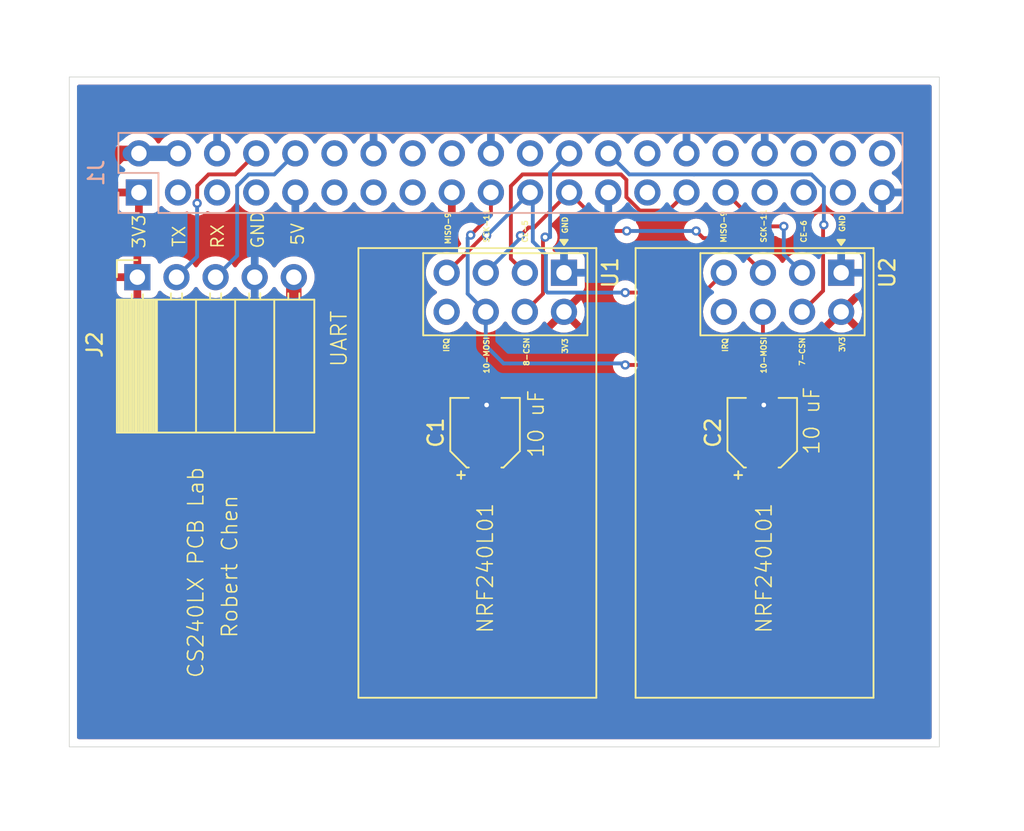
<source format=kicad_pcb>
(kicad_pcb (version 20240108) (generator "pcbnew") (generator_version "8.0")
  (layers (0 "F.Cu" signal) (31 "B.Cu" signal) (34 "B.Paste" user) (35 "F.Paste" user) (36 "B.SilkS" user "B.Silkscreen") (37 "F.SilkS" user "F.Silkscreen") (38 "B.Mask" user) (39 "F.Mask" user) (44 "Edge.Cuts" user))
  (net 0 "")
  (net 1 "+3V3")
  (net 2 "GND")
  (net 4 "Net-(J1-GPIO14{slash}TXD)")
  (net 10 "Net-(J1-GCLK2{slash}GPIO6)")
  (net 14 "+5V")
  (net 19 "Net-(J1-~{CE1}{slash}GPIO7)")
  (net 20 "Net-(J1-~{CE0}{slash}GPIO8)")
  (net 22 "Net-(J1-GCLK1{slash}GPIO5)")
  (net 23 "Net-(J1-MOSI0{slash}GPIO10)")
  (net 24 "Net-(J1-GPIO15{slash}RXD)")
  (net 26 "Net-(J1-SCLK0{slash}GPIO11)")
  (net 30 "Net-(J1-MISO0{slash}GPIO9)")
  (footprint "RF_Module:nRF24L01_Breakout" (layer "F.Cu") (at 139.625 68.2105 -90)
    (property "Reference" "U2" (at 0 -3 90) (layer "F.SilkS"))
    (property "Value" "NRF24L01_Breakout")
    (fp_line (start -1.6 13.35) (end -1.6 -2.1) (stroke (width 0.12)) (layer "F.SilkS"))
    (fp_line (start 27.6 13.35) (end -1.6 13.35) (stroke (width 0.12)) (layer "F.SilkS"))
    (fp_line (start -1.27 9.144) (end -1.27 9.144) (stroke (width 0.12)) (layer "F.SilkS"))
    (fp_line (start -1.27 9.144) (end -1.27 -1.524) (stroke (width 0.12)) (layer "F.SilkS"))
    (fp_line (start 4.064 9.144) (end -1.27 9.144) (stroke (width 0.12)) (layer "F.SilkS"))
    (fp_line (start -1.27 -1.524) (end -1.27 -1.524) (stroke (width 0.12)) (layer "F.SilkS"))
    (fp_line (start -1.27 -1.524) (end 4.064 -1.524) (stroke (width 0.12)) (layer "F.SilkS"))
    (fp_line (start 4.064 -1.524) (end 4.064 9.144) (stroke (width 0.12)) (layer "F.SilkS"))
    (fp_line (start -1.6 -2.1) (end -1.6 -2.1) (stroke (width 0.12)) (layer "F.SilkS"))
    (fp_line (start -1.6 -2.1) (end 27.6 -2.1) (stroke (width 0.12)) (layer "F.SilkS"))
    (fp_line (start 27.6 -2.1) (end 27.6 13.35) (stroke (width 0.12)) (layer "F.SilkS"))
    (fp_poly (pts (xy -1.8 0) (xy -2.136 0.24) (xy -2.136 -0.24) (xy -1.8 0)) (stroke (width 0.12)) (fill solid) (layer "F.SilkS"))
    (pad "1" thru_hole rect (at 0 0 270) (size 1.7 1.7) (drill 1) (layers "*.Cu" "*.Mask") (net 2 "GND"))
    (pad "2" thru_hole circle (at 2.54 0 270) (size 1.7 1.7) (drill 1) (layers "*.Cu" "*.Mask") (net 1 "+3V3"))
    (pad "3" thru_hole circle (at 0 2.54 270) (size 1.7 1.7) (drill 1) (layers "*.Cu" "*.Mask") (net 10 "Net-(J1-GCLK2{slash}GPIO6)"))
    (pad "4" thru_hole circle (at 2.54 2.54 270) (size 1.7 1.7) (drill 1) (layers "*.Cu" "*.Mask") (net 19 "Net-(J1-~{CE1}{slash}GPIO7)"))
    (pad "5" thru_hole circle (at 0 5.08 270) (size 1.7 1.7) (drill 1) (layers "*.Cu" "*.Mask") (net 26 "Net-(J1-SCLK0{slash}GPIO11)"))
    (pad "6" thru_hole circle (at 2.54 5.08 270) (size 1.7 1.7) (drill 1) (layers "*.Cu" "*.Mask") (net 23 "Net-(J1-MOSI0{slash}GPIO10)"))
    (pad "7" thru_hole circle (at 0 7.62 270) (size 1.7 1.7) (drill 1) (layers "*.Cu" "*.Mask") (net 30 "Net-(J1-MISO0{slash}GPIO9)"))
    (pad "8" thru_hole circle (at 2.54 7.62 270) (size 1.7 1.7) (drill 1) (layers "*.Cu" "*.Mask"))
  )
  (footprint "Connector_PinSocket_2.54mm:PinSocket_1x05_P2.54mm_Horizontal" (layer "F.Cu") (at 93.92 68.5 90)
    (property "Reference" "J2" (at -4.38 -2.77 -90) (layer "F.SilkS"))
    (property "Value" "~" (hide yes))
    (fp_line (start 1.11 -1.33) (end 1.11 0) (stroke (width 0.12)) (layer "F.SilkS"))
    (fp_line (start 0 -1.33) (end 1.11 -1.33) (stroke (width 0.12)) (layer "F.SilkS"))
    (fp_line (start -1.46 -1.33) (end -1.46 11.49) (stroke (width 0.12)) (layer "F.SilkS"))
    (fp_line (start -10.09 -1.33) (end -1.46 -1.33) (stroke (width 0.12)) (layer "F.SilkS"))
    (fp_line (start -10.09 -1.33) (end -10.09 11.49) (stroke (width 0.12)) (layer "F.SilkS"))
    (fp_line (start -10.09 -1.21) (end -1.46 -1.21) (stroke (width 0.12)) (layer "F.SilkS"))
    (fp_line (start -10.09 -1.091905) (end -1.46 -1.091905) (stroke (width 0.12)) (layer "F.SilkS"))
    (fp_line (start -10.09 -0.97381) (end -1.46 -0.97381) (stroke (width 0.12)) (layer "F.SilkS"))
    (fp_line (start -10.09 -0.855715) (end -1.46 -0.855715) (stroke (width 0.12)) (layer "F.SilkS"))
    (fp_line (start -10.09 -0.73762) (end -1.46 -0.73762) (stroke (width 0.12)) (layer "F.SilkS"))
    (fp_line (start -10.09 -0.619525) (end -1.46 -0.619525) (stroke (width 0.12)) (layer "F.SilkS"))
    (fp_line (start -10.09 -0.50143) (end -1.46 -0.50143) (stroke (width 0.12)) (layer "F.SilkS"))
    (fp_line (start -10.09 -0.383335) (end -1.46 -0.383335) (stroke (width 0.12)) (layer "F.SilkS"))
    (fp_line (start -1.46 -0.36) (end -1.11 -0.36) (stroke (width 0.12)) (layer "F.SilkS"))
    (fp_line (start -10.09 -0.26524) (end -1.46 -0.26524) (stroke (width 0.12)) (layer "F.SilkS"))
    (fp_line (start -10.09 -0.147145) (end -1.46 -0.147145) (stroke (width 0.12)) (layer "F.SilkS"))
    (fp_line (start -10.09 -0.02905) (end -1.46 -0.02905) (stroke (width 0.12)) (layer "F.SilkS"))
    (fp_line (start -10.09 0.089045) (end -1.46 0.089045) (stroke (width 0.12)) (layer "F.SilkS"))
    (fp_line (start -10.09 0.20714) (end -1.46 0.20714) (stroke (width 0.12)) (layer "F.SilkS"))
    (fp_line (start -10.09 0.325235) (end -1.46 0.325235) (stroke (width 0.12)) (layer "F.SilkS"))
    (fp_line (start -1.46 0.36) (end -1.11 0.36) (stroke (width 0.12)) (layer "F.SilkS"))
    (fp_line (start -10.09 0.44333) (end -1.46 0.44333) (stroke (width 0.12)) (layer "F.SilkS"))
    (fp_line (start -10.09 0.561425) (end -1.46 0.561425) (stroke (width 0.12)) (layer "F.SilkS"))
    (fp_line (start -10.09 0.67952) (end -1.46 0.67952) (stroke (width 0.12)) (layer "F.SilkS"))
    (fp_line (start -10.09 0.797615) (end -1.46 0.797615) (stroke (width 0.12)) (layer "F.SilkS"))
    (fp_line (start -10.09 0.91571) (end -1.46 0.91571) (stroke (width 0.12)) (layer "F.SilkS"))
    (fp_line (start -10.09 1.033805) (end -1.46 1.033805) (stroke (width 0.12)) (layer "F.SilkS"))
    (fp_line (start -10.09 1.1519) (end -1.46 1.1519) (stroke (width 0.12)) (layer "F.SilkS"))
    (fp_line (start -10.09 1.27) (end -1.46 1.27) (stroke (width 0.12)) (layer "F.SilkS"))
    (fp_line (start -1.46 2.18) (end -1.05 2.18) (stroke (width 0.12)) (layer "F.SilkS"))
    (fp_line (start -1.46 2.9) (end -1.05 2.9) (stroke (width 0.12)) (layer "F.SilkS"))
    (fp_line (start -10.09 3.81) (end -1.46 3.81) (stroke (width 0.12)) (layer "F.SilkS"))
    (fp_line (start -1.46 4.72) (end -1.05 4.72) (stroke (width 0.12)) (layer "F.SilkS"))
    (fp_line (start -1.46 5.44) (end -1.05 5.44) (stroke (width 0.12)) (layer "F.SilkS"))
    (fp_line (start -10.09 6.35) (end -1.46 6.35) (stroke (width 0.12)) (layer "F.SilkS"))
    (fp_line (start -1.46 7.26) (end -1.05 7.26) (stroke (width 0.12)) (layer "F.SilkS"))
    (fp_line (start -1.46 7.98) (end -1.05 7.98) (stroke (width 0.12)) (layer "F.SilkS"))
    (fp_line (start -10.09 8.89) (end -1.46 8.89) (stroke (width 0.12)) (layer "F.SilkS"))
    (fp_line (start -1.46 9.8) (end -1.05 9.8) (stroke (width 0.12)) (layer "F.SilkS"))
    (fp_line (start -1.46 10.52) (end -1.05 10.52) (stroke (width 0.12)) (layer "F.SilkS"))
    (fp_line (start -10.09 11.49) (end -1.46 11.49) (stroke (width 0.12)) (layer "F.SilkS"))
    (pad "1" thru_hole rect (at 0 0 90) (size 1.7 1.7) (drill 1) (layers "*.Cu" "*.Mask") (net 1 "+3V3"))
    (pad "2" thru_hole oval (at 0 2.54 90) (size 1.7 1.7) (drill 1) (layers "*.Cu" "*.Mask") (net 4 "Net-(J1-GPIO14{slash}TXD)"))
    (pad "3" thru_hole oval (at 0 5.08 90) (size 1.7 1.7) (drill 1) (layers "*.Cu" "*.Mask") (net 24 "Net-(J1-GPIO15{slash}RXD)"))
    (pad "4" thru_hole oval (at 0 7.62 90) (size 1.7 1.7) (drill 1) (layers "*.Cu" "*.Mask") (net 2 "GND"))
    (pad "5" thru_hole oval (at 0 10.16 90) (size 1.7 1.7) (drill 1) (layers "*.Cu" "*.Mask") (net 14 "+5V"))
  )
  (footprint "RF_Module:nRF24L01_Breakout" (layer "F.Cu") (at 121.625 68.2105 -90)
    (property "Reference" "U1" (at 0 -3 90) (layer "F.SilkS"))
    (property "Value" "NRF24L01_Breakout")
    (fp_line (start -1.6 13.35) (end -1.6 -2.1) (stroke (width 0.12)) (layer "F.SilkS"))
    (fp_line (start 27.6 13.35) (end -1.6 13.35) (stroke (width 0.12)) (layer "F.SilkS"))
    (fp_line (start -1.27 9.144) (end -1.27 9.144) (stroke (width 0.12)) (layer "F.SilkS"))
    (fp_line (start -1.27 9.144) (end -1.27 -1.524) (stroke (width 0.12)) (layer "F.SilkS"))
    (fp_line (start 4.064 9.144) (end -1.27 9.144) (stroke (width 0.12)) (layer "F.SilkS"))
    (fp_line (start -1.27 -1.524) (end -1.27 -1.524) (stroke (width 0.12)) (layer "F.SilkS"))
    (fp_line (start -1.27 -1.524) (end 4.064 -1.524) (stroke (width 0.12)) (layer "F.SilkS"))
    (fp_line (start 4.064 -1.524) (end 4.064 9.144) (stroke (width 0.12)) (layer "F.SilkS"))
    (fp_line (start -1.6 -2.1) (end -1.6 -2.1) (stroke (width 0.12)) (layer "F.SilkS"))
    (fp_line (start -1.6 -2.1) (end 27.6 -2.1) (stroke (width 0.12)) (layer "F.SilkS"))
    (fp_line (start 27.6 -2.1) (end 27.6 13.35) (stroke (width 0.12)) (layer "F.SilkS"))
    (fp_poly (pts (xy -1.8 0) (xy -2.136 0.24) (xy -2.136 -0.24) (xy -1.8 0)) (stroke (width 0.12)) (fill solid) (layer "F.SilkS"))
    (pad "1" thru_hole rect (at 0 0 270) (size 1.7 1.7) (drill 1) (layers "*.Cu" "*.Mask") (net 2 "GND"))
    (pad "2" thru_hole circle (at 2.54 0 270) (size 1.7 1.7) (drill 1) (layers "*.Cu" "*.Mask") (net 1 "+3V3"))
    (pad "3" thru_hole circle (at 0 2.54 270) (size 1.7 1.7) (drill 1) (layers "*.Cu" "*.Mask") (net 22 "Net-(J1-GCLK1{slash}GPIO5)"))
    (pad "4" thru_hole circle (at 2.54 2.54 270) (size 1.7 1.7) (drill 1) (layers "*.Cu" "*.Mask") (net 20 "Net-(J1-~{CE0}{slash}GPIO8)"))
    (pad "5" thru_hole circle (at 0 5.08 270) (size 1.7 1.7) (drill 1) (layers "*.Cu" "*.Mask") (net 26 "Net-(J1-SCLK0{slash}GPIO11)"))
    (pad "6" thru_hole circle (at 2.54 5.08 270) (size 1.7 1.7) (drill 1) (layers "*.Cu" "*.Mask") (net 23 "Net-(J1-MOSI0{slash}GPIO10)"))
    (pad "7" thru_hole circle (at 0 7.62 270) (size 1.7 1.7) (drill 1) (layers "*.Cu" "*.Mask") (net 30 "Net-(J1-MISO0{slash}GPIO9)"))
    (pad "8" thru_hole circle (at 2.54 7.62 270) (size 1.7 1.7) (drill 1) (layers "*.Cu" "*.Mask"))
  )
  (footprint "Capacitor_SMD:CP_Elec_4x5.4" (layer "F.Cu") (at 134.5 78.6 90)
    (property "Reference" "C2" (at 0 -3.2 -90) (layer "F.SilkS"))
    (property "Value" "10 uF")
    (fp_line (start 2.26 -2.26) (end 2.26 -1.06) (stroke (width 0.12)) (layer "F.SilkS"))
    (fp_line (start -1.195563 -2.26) (end 2.26 -2.26) (stroke (width 0.12)) (layer "F.SilkS"))
    (fp_line (start -2.75 -1.81) (end -2.75 -1.31) (stroke (width 0.12)) (layer "F.SilkS"))
    (fp_line (start -3 -1.56) (end -2.5 -1.56) (stroke (width 0.12)) (layer "F.SilkS"))
    (fp_line (start -2.26 -1.195563) (end -1.195563 -2.26) (stroke (width 0.12)) (layer "F.SilkS"))
    (fp_line (start -2.26 -1.195563) (end -2.26 -1.06) (stroke (width 0.12)) (layer "F.SilkS"))
    (fp_line (start -2.26 1.195563) (end -2.26 1.06) (stroke (width 0.12)) (layer "F.SilkS"))
    (fp_line (start -2.26 1.195563) (end -1.195563 2.26) (stroke (width 0.12)) (layer "F.SilkS"))
    (fp_line (start 2.26 2.26) (end 2.26 1.06) (stroke (width 0.12)) (layer "F.SilkS"))
    (fp_line (start -1.195563 2.26) (end 2.26 2.26) (stroke (width 0.12)) (layer "F.SilkS"))
    (pad "1" smd roundrect (at -1.8 0 90) (size 2.6 1.6) (layers "F.Cu" "F.Paste" "F.Mask") (roundrect_rratio 0.15625) (net 1 "+3V3"))
    (pad "2" smd roundrect (at 1.8 0 90) (size 2.6 1.6) (layers "F.Cu" "F.Paste" "F.Mask") (roundrect_rratio 0.15625) (net 2 "GND"))
  )
  (footprint "Capacitor_SMD:CP_Elec_4x5.4" (layer "F.Cu") (at 116.5 78.6 90)
    (property "Reference" "C1" (at 0 -3.2 -90) (layer "F.SilkS"))
    (property "Value" "10 uF")
    (fp_line (start 2.26 -2.26) (end 2.26 -1.06) (stroke (width 0.12)) (layer "F.SilkS"))
    (fp_line (start -1.195563 -2.26) (end 2.26 -2.26) (stroke (width 0.12)) (layer "F.SilkS"))
    (fp_line (start -2.75 -1.81) (end -2.75 -1.31) (stroke (width 0.12)) (layer "F.SilkS"))
    (fp_line (start -3 -1.56) (end -2.5 -1.56) (stroke (width 0.12)) (layer "F.SilkS"))
    (fp_line (start -2.26 -1.195563) (end -1.195563 -2.26) (stroke (width 0.12)) (layer "F.SilkS"))
    (fp_line (start -2.26 -1.195563) (end -2.26 -1.06) (stroke (width 0.12)) (layer "F.SilkS"))
    (fp_line (start -2.26 1.195563) (end -2.26 1.06) (stroke (width 0.12)) (layer "F.SilkS"))
    (fp_line (start -2.26 1.195563) (end -1.195563 2.26) (stroke (width 0.12)) (layer "F.SilkS"))
    (fp_line (start 2.26 2.26) (end 2.26 1.06) (stroke (width 0.12)) (layer "F.SilkS"))
    (fp_line (start -1.195563 2.26) (end 2.26 2.26) (stroke (width 0.12)) (layer "F.SilkS"))
    (pad "1" smd roundrect (at -1.8 0 90) (size 2.6 1.6) (layers "F.Cu" "F.Paste" "F.Mask") (roundrect_rratio 0.15625) (net 1 "+3V3"))
    (pad "2" smd roundrect (at 1.8 0 90) (size 2.6 1.6) (layers "F.Cu" "F.Paste" "F.Mask") (roundrect_rratio 0.15625) (net 2 "GND"))
  )
  (footprint "Connector_PinSocket_2.54mm:PinSocket_2x20_P2.54mm_Vertical" (layer "B.Cu") (at 94.02 63 -90)
    (property "Reference" "J1" (at -1.27 2.77 90) (layer "B.SilkS") (effects (justify mirror)))
    (property "Value" "Raspberry_Pi_2_3")
    (fp_line (start -1.27 1.33) (end -3.87 1.33) (stroke (width 0.12)) (layer "B.SilkS"))
    (fp_line (start 1.33 1.33) (end 0 1.33) (stroke (width 0.12)) (layer "B.SilkS"))
    (fp_line (start 1.33 0) (end 1.33 1.33) (stroke (width 0.12)) (layer "B.SilkS"))
    (fp_line (start -1.27 -1.27) (end -1.27 1.33) (stroke (width 0.12)) (layer "B.SilkS"))
    (fp_line (start 1.33 -1.27) (end -1.27 -1.27) (stroke (width 0.12)) (layer "B.SilkS"))
    (fp_line (start -3.87 -49.59) (end -3.87 1.33) (stroke (width 0.12)) (layer "B.SilkS"))
    (fp_line (start 1.33 -49.59) (end 1.33 -1.27) (stroke (width 0.12)) (layer "B.SilkS"))
    (fp_line (start 1.33 -49.59) (end -3.87 -49.59) (stroke (width 0.12)) (layer "B.SilkS"))
    (pad "1" thru_hole rect (at 0 0 270) (size 1.7 1.7) (drill 1) (layers "*.Cu" "*.Mask") (net 1 "+3V3"))
    (pad "2" thru_hole oval (at -2.54 0 270) (size 1.7 1.7) (drill 1) (layers "*.Cu" "*.Mask") (net 14 "+5V"))
    (pad "3" thru_hole oval (at 0 -2.54 270) (size 1.7 1.7) (drill 1) (layers "*.Cu" "*.Mask"))
    (pad "4" thru_hole oval (at -2.54 -2.54 270) (size 1.7 1.7) (drill 1) (layers "*.Cu" "*.Mask") (net 14 "+5V"))
    (pad "5" thru_hole oval (at 0 -5.08 270) (size 1.7 1.7) (drill 1) (layers "*.Cu" "*.Mask"))
    (pad "6" thru_hole oval (at -2.54 -5.08 270) (size 1.7 1.7) (drill 1) (layers "*.Cu" "*.Mask") (net 2 "GND"))
    (pad "7" thru_hole oval (at 0 -7.62 270) (size 1.7 1.7) (drill 1) (layers "*.Cu" "*.Mask"))
    (pad "8" thru_hole oval (at -2.54 -7.62 270) (size 1.7 1.7) (drill 1) (layers "*.Cu" "*.Mask") (net 4 "Net-(J1-GPIO14{slash}TXD)"))
    (pad "9" thru_hole oval (at 0 -10.16 270) (size 1.7 1.7) (drill 1) (layers "*.Cu" "*.Mask") (net 2 "GND"))
    (pad "10" thru_hole oval (at -2.54 -10.16 270) (size 1.7 1.7) (drill 1) (layers "*.Cu" "*.Mask") (net 24 "Net-(J1-GPIO15{slash}RXD)"))
    (pad "11" thru_hole oval (at 0 -12.7 270) (size 1.7 1.7) (drill 1) (layers "*.Cu" "*.Mask"))
    (pad "12" thru_hole oval (at -2.54 -12.7 270) (size 1.7 1.7) (drill 1) (layers "*.Cu" "*.Mask"))
    (pad "13" thru_hole oval (at 0 -15.24 270) (size 1.7 1.7) (drill 1) (layers "*.Cu" "*.Mask"))
    (pad "14" thru_hole oval (at -2.54 -15.24 270) (size 1.7 1.7) (drill 1) (layers "*.Cu" "*.Mask") (net 2 "GND"))
    (pad "15" thru_hole oval (at 0 -17.78 270) (size 1.7 1.7) (drill 1) (layers "*.Cu" "*.Mask"))
    (pad "16" thru_hole oval (at -2.54 -17.78 270) (size 1.7 1.7) (drill 1) (layers "*.Cu" "*.Mask"))
    (pad "17" thru_hole oval (at 0 -20.32 270) (size 1.7 1.7) (drill 1) (layers "*.Cu" "*.Mask") (net 1 "+3V3"))
    (pad "18" thru_hole oval (at -2.54 -20.32 270) (size 1.7 1.7) (drill 1) (layers "*.Cu" "*.Mask"))
    (pad "19" thru_hole oval (at 0 -22.86 270) (size 1.7 1.7) (drill 1) (layers "*.Cu" "*.Mask") (net 23 "Net-(J1-MOSI0{slash}GPIO10)"))
    (pad "20" thru_hole oval (at -2.54 -22.86 270) (size 1.7 1.7) (drill 1) (layers "*.Cu" "*.Mask") (net 2 "GND"))
    (pad "21" thru_hole oval (at 0 -25.4 270) (size 1.7 1.7) (drill 1) (layers "*.Cu" "*.Mask") (net 30 "Net-(J1-MISO0{slash}GPIO9)"))
    (pad "22" thru_hole oval (at -2.54 -25.4 270) (size 1.7 1.7) (drill 1) (layers "*.Cu" "*.Mask"))
    (pad "23" thru_hole oval (at 0 -27.94 270) (size 1.7 1.7) (drill 1) (layers "*.Cu" "*.Mask") (net 26 "Net-(J1-SCLK0{slash}GPIO11)"))
    (pad "24" thru_hole oval (at -2.54 -27.94 270) (size 1.7 1.7) (drill 1) (layers "*.Cu" "*.Mask") (net 20 "Net-(J1-~{CE0}{slash}GPIO8)"))
    (pad "25" thru_hole oval (at 0 -30.48 270) (size 1.7 1.7) (drill 1) (layers "*.Cu" "*.Mask") (net 2 "GND"))
    (pad "26" thru_hole oval (at -2.54 -30.48 270) (size 1.7 1.7) (drill 1) (layers "*.Cu" "*.Mask") (net 19 "Net-(J1-~{CE1}{slash}GPIO7)"))
    (pad "27" thru_hole oval (at 0 -33.02 270) (size 1.7 1.7) (drill 1) (layers "*.Cu" "*.Mask"))
    (pad "28" thru_hole oval (at -2.54 -33.02 270) (size 1.7 1.7) (drill 1) (layers "*.Cu" "*.Mask"))
    (pad "29" thru_hole oval (at 0 -35.56 270) (size 1.7 1.7) (drill 1) (layers "*.Cu" "*.Mask") (net 22 "Net-(J1-GCLK1{slash}GPIO5)"))
    (pad "30" thru_hole oval (at -2.54 -35.56 270) (size 1.7 1.7) (drill 1) (layers "*.Cu" "*.Mask") (net 2 "GND"))
    (pad "31" thru_hole oval (at 0 -38.1 270) (size 1.7 1.7) (drill 1) (layers "*.Cu" "*.Mask") (net 10 "Net-(J1-GCLK2{slash}GPIO6)"))
    (pad "32" thru_hole oval (at -2.54 -38.1 270) (size 1.7 1.7) (drill 1) (layers "*.Cu" "*.Mask"))
    (pad "33" thru_hole oval (at 0 -40.64 270) (size 1.7 1.7) (drill 1) (layers "*.Cu" "*.Mask"))
    (pad "34" thru_hole oval (at -2.54 -40.64 270) (size 1.7 1.7) (drill 1) (layers "*.Cu" "*.Mask") (net 2 "GND"))
    (pad "35" thru_hole oval (at 0 -43.18 270) (size 1.7 1.7) (drill 1) (layers "*.Cu" "*.Mask"))
    (pad "36" thru_hole oval (at -2.54 -43.18 270) (size 1.7 1.7) (drill 1) (layers "*.Cu" "*.Mask"))
    (pad "37" thru_hole oval (at 0 -45.72 270) (size 1.7 1.7) (drill 1) (layers "*.Cu" "*.Mask"))
    (pad "38" thru_hole oval (at -2.54 -45.72 270) (size 1.7 1.7) (drill 1) (layers "*.Cu" "*.Mask"))
    (pad "39" thru_hole oval (at 0 -48.26 270) (size 1.7 1.7) (drill 1) (layers "*.Cu" "*.Mask") (net 2 "GND"))
    (pad "40" thru_hole oval (at -2.54 -48.26 270) (size 1.7 1.7) (drill 1) (layers "*.Cu" "*.Mask"))
  )
  (gr_rect (start 89.5 55.5) (end 146 99) (stroke (width 0.05)) (fill none) (layer "Edge.Cuts"))
  (gr_text "NRF240L01" (at 135.2 91.7 90) (layer "F.SilkS") (effects (font (size 1 1) (thickness 0.1)) (justify left bottom)))
  (gr_text "TX" (at 97.1 66.6 90) (layer "F.SilkS") (effects (font (size 0.8 0.8) (thickness 0.1)) (justify left bottom)))
  (gr_text "3V3" (at 94.5 66.7 90) (layer "F.SilkS") (effects (font (size 0.8 0.8) (thickness 0.1)) (justify left bottom)))
  (gr_text "10-MOSI" (at 134.8 74.8 90) (layer "F.SilkS") (effects (font (size 0.35 0.35) (thickness 0.08) (bold yes)) (justify left bottom)))
  (gr_text "7-CSN" (at 137.3 74.3 90) (layer "F.SilkS") (effects (font (size 0.35 0.35) (thickness 0.08) (bold yes)) (justify left bottom)))
  (gr_text "10 uF" (at 120.4 80.3 90) (layer "F.SilkS") (effects (font (size 1 1) (thickness 0.1)) (justify left bottom)))
  (gr_text "RX" (at 99.6 66.7 90) (layer "F.SilkS") (effects (font (size 0.8 0.8) (thickness 0.1)) (justify left bottom)))
  (gr_text "CE-5" (at 119.3 66.3 90) (layer "F.SilkS") (effects (font (size 0.35 0.35) (thickness 0.08) (bold yes)) (justify left bottom)))
  (gr_text "CE-6" (at 137.4 66.3 90) (layer "F.SilkS") (effects (font (size 0.35 0.35) (thickness 0.08) (bold yes)) (justify left bottom)))
  (gr_text "GND" (at 102.2 66.7 90) (layer "F.SilkS") (effects (font (size 0.8 0.8) (thickness 0.1)) (justify left bottom)))
  (gr_text "MISO-9" (at 114.3 66.4 90) (layer "F.SilkS") (effects (font (size 0.35 0.35) (thickness 0.08) (bold yes)) (justify left bottom)))
  (gr_text "CS240LX PCB Lab" (at 98.3 94.6 90) (layer "F.SilkS") (effects (font (size 1 1) (thickness 0.1)) (justify left bottom)))
  (gr_text "3V3" (at 121.9 73.5 90) (layer "F.SilkS") (effects (font (size 0.35 0.35) (thickness 0.08) (bold yes)) (justify left bottom)))
  (gr_text "10-MOSI" (at 116.8 74.8 90) (layer "F.SilkS") (effects (font (size 0.35 0.35) (thickness 0.08) (bold yes)) (justify left bottom)))
  (gr_text "SCK-11" (at 116.8 66.3 90) (layer "F.SilkS") (effects (font (size 0.35 0.35) (thickness 0.08) (bold yes)) (justify left bottom)))
  (gr_text "10 uF" (at 138.3 80.1 90) (layer "F.SilkS") (effects (font (size 1 1) (thickness 0.1)) (justify left bottom)))
  (gr_text "SCK-11" (at 134.8 66.3 90) (layer "F.SilkS") (effects (font (size 0.35 0.35) (thickness 0.08) (bold yes)) (justify left bottom)))
  (gr_text "3V3" (at 139.9 73.4 90) (layer "F.SilkS") (effects (font (size 0.35 0.35) (thickness 0.08) (bold yes)) (justify left bottom)))
  (gr_text "IRQ" (at 114.2 73.4 90) (layer "F.SilkS") (effects (font (size 0.35 0.35) (thickness 0.08) (bold yes)) (justify left bottom)))
  (gr_text "UART" (at 107.6 74.4 90) (layer "F.SilkS") (effects (font (size 1 1) (thickness 0.1)) (justify left bottom)))
  (gr_text "MISO-9" (at 132.2 66.3 90) (layer "F.SilkS") (effects (font (size 0.35 0.35) (thickness 0.08) (bold yes)) (justify left bottom)))
  (gr_text "8-CSN" (at 119.4 74.3 90) (layer "F.SilkS") (effects (font (size 0.35 0.35) (thickness 0.08) (bold yes)) (justify left bottom)))
  (gr_text "IRQ" (at 132.3 73.4 90) (layer "F.SilkS") (effects (font (size 0.35 0.35) (thickness 0.08) (bold yes)) (justify left bottom)))
  (gr_text "GND" (at 121.9 65.7 90) (layer "F.SilkS") (effects (font (size 0.35 0.35) (thickness 0.08) (bold yes)) (justify left bottom)))
  (gr_text "GND" (at 139.9 65.6 90) (layer "F.SilkS") (effects (font (size 0.35 0.35) (thickness 0.08) (bold yes)) (justify left bottom)))
  (gr_text "5V" (at 104.8 66.5 90) (layer "F.SilkS") (effects (font (size 0.8 0.8) (thickness 0.1)) (justify left bottom)))
  (gr_text "NRF240L01" (at 117.1 91.7 90) (layer "F.SilkS") (effects (font (size 1 1) (thickness 0.1)) (justify left bottom)))
  (gr_text "Robert Chen" (at 100.5 92 90) (layer "F.SilkS") (effects (font (size 1 1) (thickness 0.1)) (justify left bottom)))
  (via (at 134.6 76.8) (size 0.6) (drill 0.3) (layers "F.Cu" "B.Cu") (net 2))
  (via (at 116.6 76.8) (size 0.6) (drill 0.3) (layers "F.Cu" "B.Cu") (net 2))
  (segment (start 97.8 63.7) (end 97.811101 63.588899) (width 0.25) (layer "F.Cu") (net 4))
  (segment (start 101.64 60.46) (end 100.275 61.825) (width 0.25) (layer "F.Cu") (net 4))
  (segment (start 97.811101 62.561077) (end 97.8 63.7) (width 0.25) (layer "F.Cu") (net 4))
  (segment (start 100.275 61.825) (end 98.547178 61.825) (width 0.25) (layer "F.Cu") (net 4))
  (segment (start 98.547178 61.825) (end 97.811101 62.561077) (width 0.25) (layer "F.Cu") (net 4))
  (via (at 97.8 63.7) (size 0.6) (drill 0.3) (layers "F.Cu" "B.Cu") (net 4))
  (segment (start 97.8 67.16) (end 96.46 68.5) (width 0.25) (layer "B.Cu") (net 4))
  (segment (start 97.8 63.7) (end 97.8 67.16) (width 0.25) (layer "B.Cu") (net 4))
  (segment (start 134.32 65.2) (end 132.12 63) (width 0.25) (layer "F.Cu") (net 10))
  (segment (start 135.9 65.2) (end 134.32 65.2) (width 0.25) (layer "F.Cu") (net 10))
  (via (at 135.9 65.2) (size 0.6) (drill 0.3) (layers "F.Cu" "B.Cu") (net 10))
  (segment (start 135.9 67.0255) (end 137.085 68.2105) (width 0.25) (layer "B.Cu") (net 10))
  (segment (start 137.085 67.965) (end 137.085 68.2105) (width 0.25) (layer "B.Cu") (net 10))
  (segment (start 135.9 65.2) (end 135.9 67.0255) (width 0.25) (layer "B.Cu") (net 10))
  (segment (start 91.3 72.7) (end 93.1 74.5) (width 1) (layer "F.Cu") (net 14))
  (segment (start 102.9 74.5) (end 104.08 73.32) (width 1) (layer "F.Cu") (net 14))
  (segment (start 91.3 61.977919) (end 91.3 72.7) (width 1) (layer "F.Cu") (net 14))
  (segment (start 104.08 73.32) (end 104.08 68.5) (width 1) (layer "F.Cu") (net 14))
  (segment (start 94.02 60.46) (end 92.817919 60.46) (width 1) (layer "F.Cu") (net 14))
  (segment (start 93.1 74.5) (end 102.9 74.5) (width 1) (layer "F.Cu") (net 14))
  (segment (start 92.817919 60.46) (end 91.3 61.977919) (width 1) (layer "F.Cu") (net 14))
  (segment (start 94.02 60.46) (end 93.46 60.46) (width 1) (layer "B.Cu") (net 14))
  (segment (start 94.02 60.46) (end 96.56 60.46) (width 1) (layer "B.Cu") (net 14))
  (segment (start 138.5 65.1) (end 138.45 65.15) (width 0.25) (layer "F.Cu") (net 19))
  (segment (start 138.45 65.15) (end 138.45 69.3855) (width 0.25) (layer "F.Cu") (net 19))
  (segment (start 138.45 69.3855) (end 137.085 70.7505) (width 0.25) (layer "F.Cu") (net 19))
  (via (at 138.5 65.1) (size 0.6) (drill 0.3) (layers "F.Cu" "B.Cu") (net 19))
  (segment (start 125.865 61.825) (end 130.066701 61.825) (width 0.25) (layer "B.Cu") (net 19))
  (segment (start 138.5 62.638299) (end 138.5 65.1) (width 0.25) (layer "B.Cu") (net 19))
  (segment (start 137.686701 61.825) (end 138.5 62.638299) (width 0.25) (layer "B.Cu") (net 19))
  (segment (start 130.066701 61.825) (end 137.686701 61.825) (width 0.25) (layer "B.Cu") (net 19))
  (segment (start 124.5 60.46) (end 125.865 61.825) (width 0.25) (layer "B.Cu") (net 19))
  (segment (start 120.26 69.5755) (end 120.26 66.04) (width 0.25) (layer "F.Cu") (net 20))
  (segment (start 120.26 66.04) (end 120.4 65.9) (width 0.25) (layer "F.Cu") (net 20))
  (segment (start 119.085 70.7505) (end 120.26 69.5755) (width 0.25) (layer "F.Cu") (net 20))
  (via (at 120.4 65.9) (size 0.6) (drill 0.3) (layers "F.Cu" "B.Cu") (net 20))
  (segment (start 120.4 65.9) (end 120.721701 65.9) (width 0.25) (layer "B.Cu") (net 20))
  (segment (start 120.721701 65.9) (end 120.721701 61.698299) (width 0.25) (layer "B.Cu") (net 20))
  (segment (start 120.721701 61.698299) (end 121.96 60.46) (width 0.25) (layer "B.Cu") (net 20))
  (segment (start 126.553299 64.175) (end 125.675 63.296701) (width 0.25) (layer "F.Cu") (net 22))
  (segment (start 125.675 63.296701) (end 125.675 62.175) (width 0.25) (layer "F.Cu") (net 22))
  (segment (start 129.58 63) (end 128.405 64.175) (width 0.25) (layer "F.Cu") (net 22))
  (segment (start 118.933299 61.825) (end 118.175 62.583299) (width 0.25) (layer "F.Cu") (net 22))
  (segment (start 118.175 62.583299) (end 118.175 67.3005) (width 0.25) (layer "F.Cu") (net 22))
  (segment (start 128.405 64.175) (end 126.553299 64.175) (width 0.25) (layer "F.Cu") (net 22))
  (segment (start 125.325 61.825) (end 118.933299 61.825) (width 0.25) (layer "F.Cu") (net 22))
  (segment (start 118.175 67.3005) (end 119.085 68.2105) (width 0.25) (layer "F.Cu") (net 22))
  (segment (start 125.675 62.175) (end 125.325 61.825) (width 0.25) (layer "F.Cu") (net 22))
  (segment (start 125.6 74.2) (end 133.2 74.2) (width 0.25) (layer "F.Cu") (net 23))
  (segment (start 116.88 63) (end 116.88 64.451616) (width 0.25) (layer "F.Cu") (net 23))
  (segment (start 134.545 72.855) (end 134.545 70.7505) (width 0.25) (layer "F.Cu") (net 23))
  (segment (start 133.2 74.2) (end 134.545 72.855) (width 0.25) (layer "F.Cu") (net 23))
  (segment (start 116.88 64.451616) (end 115.565808 65.765808) (width 0.25) (layer "F.Cu") (net 23))
  (via (at 115.565808 65.765808) (size 0.6) (drill 0.3) (layers "F.Cu" "B.Cu") (net 23))
  (via (at 125.6 74.2) (size 0.6) (drill 0.3) (layers "F.Cu" "B.Cu") (net 23))
  (segment (start 115.37 69.5755) (end 116.545 70.7505) (width 0.25) (layer "B.Cu") (net 23))
  (segment (start 115.37 65.961616) (end 115.37 69.5755) (width 0.25) (layer "B.Cu") (net 23))
  (segment (start 125.5 74.1) (end 125.6 74.2) (width 0.25) (layer "B.Cu") (net 23))
  (segment (start 116.545 70.7505) (end 116.545 72.945) (width 0.25) (layer "B.Cu") (net 23))
  (segment (start 115.565808 65.765808) (end 115.37 65.961616) (width 0.25) (layer "B.Cu") (net 23))
  (segment (start 116.545 72.945) (end 117.7 74.1) (width 0.25) (layer "B.Cu") (net 23))
  (segment (start 117.7 74.1) (end 118.1 74.1) (width 0.25) (layer "B.Cu") (net 23))
  (segment (start 118.1 74.1) (end 125.5 74.1) (width 0.25) (layer "B.Cu") (net 23))
  (segment (start 101.153299 61.825) (end 100.4 62.578299) (width 0.25) (layer "B.Cu") (net 24))
  (segment (start 102.815 61.825) (end 101.153299 61.825) (width 0.25) (layer "B.Cu") (net 24))
  (segment (start 100.4 62.578299) (end 100.4 67.1) (width 0.25) (layer "B.Cu") (net 24))
  (segment (start 100.4 67.1) (end 99 68.5) (width 0.25) (layer "B.Cu") (net 24))
  (segment (start 104.18 60.46) (end 102.815 61.825) (width 0.25) (layer "B.Cu") (net 24))
  (segment (start 119.685 65.275) (end 121.96 63) (width 0.25) (layer "F.Cu") (net 26))
  (segment (start 130.6705 65.9655) (end 132.3 65.9655) (width 0.25) (layer "F.Cu") (net 26))
  (segment (start 130.205 65.5) (end 130.6705 65.9655) (width 0.25) (layer "F.Cu") (net 26))
  (segment (start 118.8 65.8) (end 119.325 65.275) (width 0.25) (layer "F.Cu") (net 26))
  (segment (start 132.3 65.9655) (end 134.545 68.2105) (width 0.25) (layer "F.Cu") (net 26))
  (segment (start 119.325 65.275) (end 119.685 65.275) (width 0.25) (layer "F.Cu") (net 26))
  (segment (start 124.46 65.5) (end 125.7 65.5) (width 0.25) (layer "F.Cu") (net 26))
  (segment (start 121.96 63) (end 124.46 65.5) (width 0.25) (layer "F.Cu") (net 26))
  (via (at 118.8 65.8) (size 0.6) (drill 0.3) (layers "F.Cu" "B.Cu") (net 26))
  (via (at 125.7 65.5) (size 0.6) (drill 0.3) (layers "F.Cu" "B.Cu") (net 26))
  (via (at 130.205 65.5) (size 0.6) (drill 0.3) (layers "F.Cu" "B.Cu") (net 26))
  (segment (start 121.7555 63) (end 121.96 63) (width 0.25) (layer "B.Cu") (net 26))
  (segment (start 116.545 68.2105) (end 118.8 65.9555) (width 0.25) (layer "B.Cu") (net 26))
  (segment (start 118.8 65.9555) (end 118.8 65.8) (width 0.25) (layer "B.Cu") (net 26))
  (segment (start 130.205 65.5) (end 125.7 65.5) (width 0.25) (layer "B.Cu") (net 26))
  (segment (start 125.6 69.5) (end 130.7155 69.5) (width 0.25) (layer "F.Cu") (net 30))
  (segment (start 130.7155 69.5) (end 132.005 68.2105) (width 0.25) (layer "F.Cu") (net 30))
  (segment (start 114.005 68.2105) (end 116.4155 65.8) (width 0.25) (layer "F.Cu") (net 30))
  (segment (start 116.4155 65.8) (end 116.6 65.8) (width 0.25) (layer "F.Cu") (net 30))
  (via (at 116.6 65.8) (size 0.6) (drill 0.3) (layers "F.Cu" "B.Cu") (net 30))
  (via (at 125.6 69.5) (size 0.6) (drill 0.3) (layers "F.Cu" "B.Cu") (net 30))
  (segment (start 119.6 63.18) (end 119.6 66.1855) (width 0.25) (layer "B.Cu") (net 30))
  (segment (start 120.45 67.0355) (end 120.45 69.3855) (width 0.25) (layer "B.Cu") (net 30))
  (segment (start 119.6 66.1855) (end 120.45 67.0355) (width 0.25) (layer "B.Cu") (net 30))
  (segment (start 116.6 65.8) (end 116.62 65.8) (width 0.25) (layer "B.Cu") (net 30))
  (segment (start 119.42 63) (end 119.6 63.18) (width 0.25) (layer "B.Cu") (net 30))
  (segment (start 120.5645 69.5) (end 125.6 69.5) (width 0.25) (layer "B.Cu") (net 30))
  (segment (start 119.42 63) (end 119.775 63.355) (width 0.25) (layer "B.Cu") (net 30))
  (segment (start 116.62 65.8) (end 119.42 63) (width 0.25) (layer "B.Cu") (net 30))
  (segment (start 120.45 69.3855) (end 120.5645 69.5) (width 0.25) (layer "B.Cu") (net 30))
  (segment (start 114.2095 68.2105) (end 114.005 68.2105) (width 0.25) (layer "B.Cu") (net 30))
  (zone (net 1) (net_name "+3V3") (layer "F.Cu") (connect_pads (clearance 0.5)) (min_thickness 0.25) (fill yes (thermal_gap 0.5) (thermal_bridge_width 0.5))
    (polygon (pts (xy 86 52.5) (xy 149.5 52.5) (xy 149.5 102.5) (xy 86 102)))
  )
  (zone (net 2) (net_name "GND") (layer "B.Cu") (priority 1) (connect_pads (clearance 0.5)) (min_thickness 0.25) (fill yes (thermal_gap 0.5) (thermal_bridge_width 0.5))
    (polygon (pts (xy 85 50.5) (xy 151.5 50.5) (xy 151 104.5) (xy 85 103.5)))
  )
)
</source>
